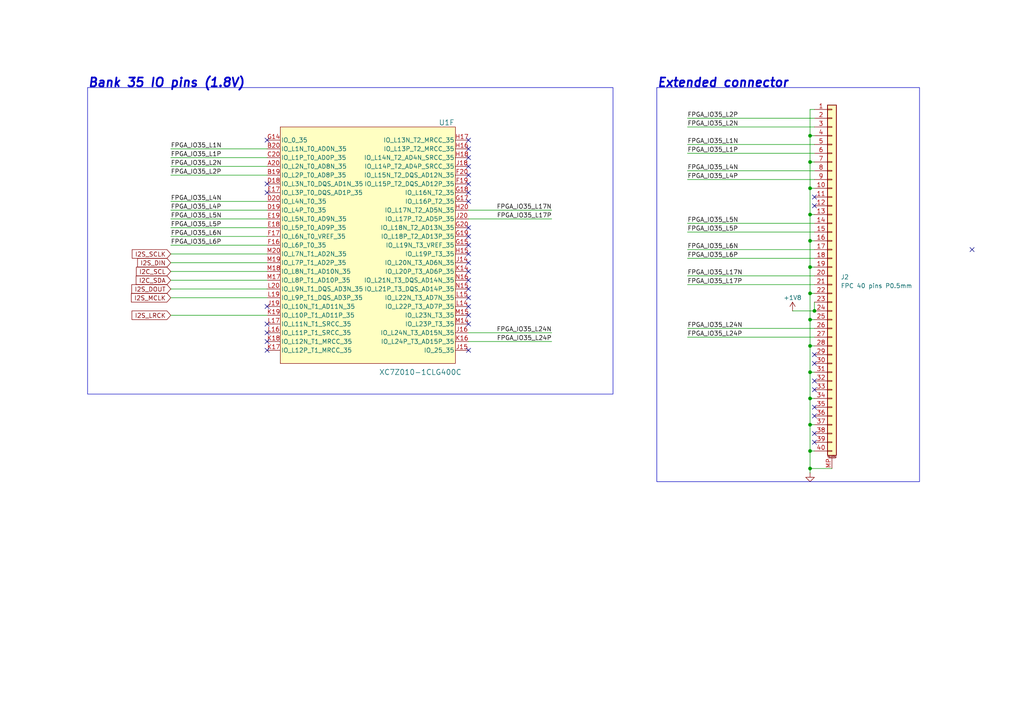
<source format=kicad_sch>
(kicad_sch (version 20250114) (generator "eeschema") (generator_version "9.0")
  (paper "A4")
  (title_block (title "FPGA Zynq7000 Dev Board") (date "2025-07-10") (rev "A"))
  (lib_symbols
    (symbol "Connector_Generic_MountingPin:Conn_01x40_MountingPin" (pin_names (offset 1.016) (hide yes))
      (property "Reference" "J" (at 0 50.8 0))
      (property "Value" "Conn_01x40_MountingPin" (at 1.27 -53.34 0))
      (symbol "Conn_01x40_MountingPin_1_1"
        (rectangle (start -1.27 49.53) (end 1.27 -52.07) (stroke (width 0.254)) (fill (type background)))
        (rectangle (start -1.27 48.387) (end 0 48.133) (stroke (width 0.1524)))
        (rectangle (start -1.27 45.847) (end 0 45.593) (stroke (width 0.1524)))
        (rectangle (start -1.27 43.307) (end 0 43.053) (stroke (width 0.1524)))
        (rectangle (start -1.27 40.767) (end 0 40.513) (stroke (width 0.1524)))
        (rectangle (start -1.27 38.227) (end 0 37.973) (stroke (width 0.1524)))
        (rectangle (start -1.27 35.687) (end 0 35.433) (stroke (width 0.1524)))
        (rectangle (start -1.27 33.147) (end 0 32.893) (stroke (width 0.1524)))
        (rectangle (start -1.27 30.607) (end 0 30.353) (stroke (width 0.1524)))
        (rectangle (start -1.27 28.067) (end 0 27.813) (stroke (width 0.1524)))
        (rectangle (start -1.27 25.527) (end 0 25.273) (stroke (width 0.1524)))
        (rectangle (start -1.27 22.987) (end 0 22.733) (stroke (width 0.1524)))
        (rectangle (start -1.27 20.447) (end 0 20.193) (stroke (width 0.1524)))
        (rectangle (start -1.27 17.907) (end 0 17.653) (stroke (width 0.1524)))
        (rectangle (start -1.27 15.367) (end 0 15.113) (stroke (width 0.1524)))
        (rectangle (start -1.27 12.827) (end 0 12.573) (stroke (width 0.1524)))
        (rectangle (start -1.27 10.287) (end 0 10.033) (stroke (width 0.1524)))
        (rectangle (start -1.27 7.747) (end 0 7.493) (stroke (width 0.1524)))
        (rectangle (start -1.27 5.207) (end 0 4.953) (stroke (width 0.1524)))
        (rectangle (start -1.27 2.667) (end 0 2.413) (stroke (width 0.1524)))
        (rectangle (start -1.27 0.127) (end 0 -0.127) (stroke (width 0.1524)))
        (rectangle (start -1.27 -2.413) (end 0 -2.667) (stroke (width 0.1524)))
        (rectangle (start -1.27 -4.953) (end 0 -5.207) (stroke (width 0.1524)))
        (rectangle (start -1.27 -7.493) (end 0 -7.747) (stroke (width 0.1524)))
        (rectangle (start -1.27 -10.033) (end 0 -10.287) (stroke (width 0.1524)))
        (rectangle (start -1.27 -12.573) (end 0 -12.827) (stroke (width 0.1524)))
        (rectangle (start -1.27 -15.113) (end 0 -15.367) (stroke (width 0.1524)))
        (rectangle (start -1.27 -17.653) (end 0 -17.907) (stroke (width 0.1524)))
        (rectangle (start -1.27 -20.193) (end 0 -20.447) (stroke (width 0.1524)))
        (rectangle (start -1.27 -22.733) (end 0 -22.987) (stroke (width 0.1524)))
        (rectangle (start -1.27 -25.273) (end 0 -25.527) (stroke (width 0.1524)))
        (rectangle (start -1.27 -27.813) (end 0 -28.067) (stroke (width 0.1524)))
        (rectangle (start -1.27 -30.353) (end 0 -30.607) (stroke (width 0.1524)))
        (rectangle (start -1.27 -32.893) (end 0 -33.147) (stroke (width 0.1524)))
        (rectangle (start -1.27 -35.433) (end 0 -35.687) (stroke (width 0.1524)))
        (rectangle (start -1.27 -37.973) (end 0 -38.227) (stroke (width 0.1524)))
        (rectangle (start -1.27 -40.513) (end 0 -40.767) (stroke (width 0.1524)))
        (rectangle (start -1.27 -43.053) (end 0 -43.307) (stroke (width 0.1524)))
        (rectangle (start -1.27 -45.593) (end 0 -45.847) (stroke (width 0.1524)))
        (rectangle (start -1.27 -48.133) (end 0 -48.387) (stroke (width 0.1524)))
        (rectangle (start -1.27 -50.673) (end 0 -50.927) (stroke (width 0.1524)))
        (polyline (pts (xy -1.016 -52.832) (xy 1.016 -52.832)) (stroke (width 0.1524)))
        (text "Mounting" (at 0 -52.451 0) (effects (font (size 0.381 0.381))))
        (pin passive line (at -5.08 48.26 0) (length 3.81) (name "Pin_1") (number "1"))
        (pin passive line (at -5.08 45.72 0) (length 3.81) (name "Pin_2") (number "2"))
        (pin passive line (at -5.08 43.18 0) (length 3.81) (name "Pin_3") (number "3"))
        (pin passive line (at -5.08 40.64 0) (length 3.81) (name "Pin_4") (number "4"))
        (pin passive line (at -5.08 38.1 0) (length 3.81) (name "Pin_5") (number "5"))
        (pin passive line (at -5.08 35.56 0) (length 3.81) (name "Pin_6") (number "6"))
        (pin passive line (at -5.08 33.02 0) (length 3.81) (name "Pin_7") (number "7"))
        (pin passive line (at -5.08 30.48 0) (length 3.81) (name "Pin_8") (number "8"))
        (pin passive line (at -5.08 27.94 0) (length 3.81) (name "Pin_9") (number "9"))
        (pin passive line (at -5.08 25.4 0) (length 3.81) (name "Pin_10") (number "10"))
        (pin passive line (at -5.08 22.86 0) (length 3.81) (name "Pin_11") (number "11"))
        (pin passive line (at -5.08 20.32 0) (length 3.81) (name "Pin_12") (number "12"))
        (pin passive line (at -5.08 17.78 0) (length 3.81) (name "Pin_13") (number "13"))
        (pin passive line (at -5.08 15.24 0) (length 3.81) (name "Pin_14") (number "14"))
        (pin passive line (at -5.08 12.7 0) (length 3.81) (name "Pin_15") (number "15"))
        (pin passive line (at -5.08 10.16 0) (length 3.81) (name "Pin_16") (number "16"))
        (pin passive line (at -5.08 7.62 0) (length 3.81) (name "Pin_17") (number "17"))
        (pin passive line (at -5.08 5.08 0) (length 3.81) (name "Pin_18") (number "18"))
        (pin passive line (at -5.08 2.54 0) (length 3.81) (name "Pin_19") (number "19"))
        (pin passive line (at -5.08 0 0) (length 3.81) (name "Pin_20") (number "20"))
        (pin passive line (at -5.08 -2.54 0) (length 3.81) (name "Pin_21") (number "21"))
        (pin passive line (at -5.08 -5.08 0) (length 3.81) (name "Pin_22") (number "22"))
        (pin passive line (at -5.08 -7.62 0) (length 3.81) (name "Pin_23") (number "23"))
        (pin passive line (at -5.08 -10.16 0) (length 3.81) (name "Pin_24") (number "24"))
        (pin passive line (at -5.08 -12.7 0) (length 3.81) (name "Pin_25") (number "25"))
        (pin passive line (at -5.08 -15.24 0) (length 3.81) (name "Pin_26") (number "26"))
        (pin passive line (at -5.08 -17.78 0) (length 3.81) (name "Pin_27") (number "27"))
        (pin passive line (at -5.08 -20.32 0) (length 3.81) (name "Pin_28") (number "28"))
        (pin passive line (at -5.08 -22.86 0) (length 3.81) (name "Pin_29") (number "29"))
        (pin passive line (at -5.08 -25.4 0) (length 3.81) (name "Pin_30") (number "30"))
        (pin passive line (at -5.08 -27.94 0) (length 3.81) (name "Pin_31") (number "31"))
        (pin passive line (at -5.08 -30.48 0) (length 3.81) (name "Pin_32") (number "32"))
        (pin passive line (at -5.08 -33.02 0) (length 3.81) (name "Pin_33") (number "33"))
        (pin passive line (at -5.08 -35.56 0) (length 3.81) (name "Pin_34") (number "34"))
        (pin passive line (at -5.08 -38.1 0) (length 3.81) (name "Pin_35") (number "35"))
        (pin passive line (at -5.08 -40.64 0) (length 3.81) (name "Pin_36") (number "36"))
        (pin passive line (at -5.08 -43.18 0) (length 3.81) (name "Pin_37") (number "37"))
        (pin passive line (at -5.08 -45.72 0) (length 3.81) (name "Pin_38") (number "38"))
        (pin passive line (at -5.08 -48.26 0) (length 3.81) (name "Pin_39") (number "39"))
        (pin passive line (at -5.08 -50.8 0) (length 3.81) (name "Pin_40") (number "40"))
        (pin passive line (at 0 -55.88 90) (length 3.048) (name "MountPin") (number "MP"))
      )
    )
    (symbol "Custom:XC7Z010-1CLG400C" (pin_names (offset 0.254))
      (symbol "XC7Z010-1CLG400C_1_1"
        (rectangle (start 0 0) (end 38.1 -26.67) (fill (type background)))
        (pin input line (at -3.81 -3.81 0) (length 3.81) (name "CFGBVS_0") (number "M6"))
        (pin bidirectional line (at -3.81 -6.35 0) (length 3.81) (name "INIT_B_0") (number "R10"))
        (pin input line (at -3.81 -8.89 0) (length 3.81) (name "PROGRAM_B_0") (number "L6"))
        (pin bidirectional line (at -3.81 -11.43 0) (length 3.81) (name "DONE_0") (number "R11"))
        (pin input line (at -3.81 -15.24 0) (length 3.81) (name "TCK_0") (number "F9"))
        (pin output line (at -3.81 -17.78 0) (length 3.81) (name "TDO_0") (number "F6"))
        (pin input line (at -3.81 -20.32 0) (length 3.81) (name "TDI_0") (number "G6"))
        (pin input line (at -3.81 -22.86 0) (length 3.81) (name "TMS_0") (number "J6"))
        (pin input line (at 41.91 -3.81 180) (length 3.81) (name "PS_CLK_500") (number "E7"))
        (pin input line (at 41.91 -6.35 180) (length 3.81) (name "PS_POR_B_500") (number "C7"))
        (pin input line (at 41.91 -8.89 180) (length 3.81) (name "PS_SRST_B_501") (number "B10"))
      )
      (symbol "XC7Z010-1CLG400C_2_1"
        (rectangle (start 0 0) (end 50.8 -73.66) (fill (type background)))
        (pin bidirectional line (at -3.81 -3.81 0) (length 3.81) (name "IO_0_34") (number "R19"))
        (pin bidirectional line (at -3.81 -6.35 0) (length 3.81) (name "IO_L1N_T0_34") (number "T10"))
        (pin bidirectional line (at -3.81 -8.89 0) (length 3.81) (name "IO_L1P_T0_34") (number "T11"))
        (pin bidirectional line (at -3.81 -11.43 0) (length 3.81) (name "IO_L2N_T0_34") (number "U12"))
        (pin bidirectional line (at -3.81 -13.97 0) (length 3.81) (name "IO_L2P_T0_34") (number "T12"))
        (pin bidirectional line (at -3.81 -16.51 0) (length 3.81) (name "IO_L3N_T0_DQS_34") (number "V13"))
        (pin bidirectional line (at -3.81 -19.05 0) (length 3.81) (name "IO_L3P_T0_DQS_PUDC_B_34") (number "U13"))
        (pin bidirectional line (at -3.81 -21.59 0) (length 3.81) (name "IO_L4N_T0_34") (number "W13"))
        (pin bidirectional line (at -3.81 -24.13 0) (length 3.81) (name "IO_L4P_T0_34") (number "V12"))
        (pin bidirectional line (at -3.81 -26.67 0) (length 3.81) (name "IO_L5N_T0_34") (number "T15"))
        (pin bidirectional line (at -3.81 -29.21 0) (length 3.81) (name "IO_L5P_T0_34") (number "T14"))
        (pin bidirectional line (at -3.81 -31.75 0) (length 3.81) (name "IO_L6N_T0_VREF_34") (number "R14"))
        (pin bidirectional line (at -3.81 -34.29 0) (length 3.81) (name "IO_L6P_T0_34") (number "P14"))
        (pin bidirectional line (at -3.81 -36.83 0) (length 3.81) (name "IO_L7N_T1_34") (number "Y17"))
        (pin bidirectional line (at -3.81 -39.37 0) (length 3.81) (name "IO_L7P_T1_34") (number "Y16"))
        (pin bidirectional line (at -3.81 -41.91 0) (length 3.81) (name "IO_L8N_T1_34") (number "Y14"))
        (pin bidirectional line (at -3.81 -44.45 0) (length 3.81) (name "IO_L8P_T1_34") (number "W14"))
        (pin bidirectional line (at -3.81 -46.99 0) (length 3.81) (name "IO_L9N_T1_DQS_34") (number "U17"))
        (pin bidirectional line (at -3.81 -49.53 0) (length 3.81) (name "IO_L9P_T1_DQS_34") (number "T16"))
        (pin bidirectional line (at -3.81 -52.07 0) (length 3.81) (name "IO_L10N_T1_34") (number "W15"))
        (pin bidirectional line (at -3.81 -54.61 0) (length 3.81) (name "IO_L10P_T1_34") (number "V15"))
        (pin bidirectional line (at -3.81 -57.15 0) (length 3.81) (name "IO_L11N_T1_SRCC_34") (number "U15"))
        (pin bidirectional line (at -3.81 -59.69 0) (length 3.81) (name "IO_L11P_T1_SRCC_34") (number "U14"))
        (pin bidirectional line (at -3.81 -62.23 0) (length 3.81) (name "IO_L12N_T1_MRCC_34") (number "U19"))
        (pin bidirectional line (at -3.81 -64.77 0) (length 3.81) (name "IO_L12P_T1_MRCC_34") (number "U18"))
        (pin bidirectional line (at -3.81 -67.31 0) (length 3.81) (name "IO_L13N_T2_MRCC_34") (number "P19"))
        (pin bidirectional line (at -3.81 -69.85 0) (length 3.81) (name "IO_L13P_T2_MRCC_34") (number "N18"))
        (pin bidirectional line (at 54.61 -3.81 180) (length 3.81) (name "IO_L14N_T2_SRCC_34") (number "P20"))
        (pin bidirectional line (at 54.61 -6.35 180) (length 3.81) (name "IO_L14P_T2_SRCC_34") (number "N20"))
        (pin bidirectional line (at 54.61 -8.89 180) (length 3.81) (name "IO_L15N_T2_DQS_34") (number "U20"))
        (pin bidirectional line (at 54.61 -11.43 180) (length 3.81) (name "IO_L15P_T2_DQS_34") (number "T20"))
        (pin bidirectional line (at 54.61 -13.97 180) (length 3.81) (name "IO_L16N_T2_34") (number "W20"))
        (pin bidirectional line (at 54.61 -16.51 180) (length 3.81) (name "IO_L16P_T2_34") (number "V20"))
        (pin bidirectional line (at 54.61 -19.05 180) (length 3.81) (name "IO_L17N_T2_34") (number "Y19"))
        (pin bidirectional line (at 54.61 -21.59 180) (length 3.81) (name "IO_L17P_T2_34") (number "Y18"))
        (pin bidirectional line (at 54.61 -24.13 180) (length 3.81) (name "IO_L18N_T2_34") (number "W16"))
        (pin bidirectional line (at 54.61 -26.67 180) (length 3.81) (name "IO_L18P_T2_34") (number "V16"))
        (pin bidirectional line (at 54.61 -29.21 180) (length 3.81) (name "IO_L19N_T3_VREF_34") (number "R17"))
        (pin bidirectional line (at 54.61 -31.75 180) (length 3.81) (name "IO_L19P_T3_34") (number "R16"))
        (pin bidirectional line (at 54.61 -34.29 180) (length 3.81) (name "IO_L20N_T3_34") (number "R18"))
        (pin bidirectional line (at 54.61 -36.83 180) (length 3.81) (name "IO_L20P_T3_34") (number "T17"))
        (pin bidirectional line (at 54.61 -39.37 180) (length 3.81) (name "IO_L21N_T3_DQS_34") (number "V18"))
        (pin bidirectional line (at 54.61 -41.91 180) (length 3.81) (name "IO_L21P_T3_DQS_34") (number "V17"))
        (pin bidirectional line (at 54.61 -44.45 180) (length 3.81) (name "IO_L22N_T3_34") (number "W19"))
        (pin bidirectional line (at 54.61 -46.99 180) (length 3.81) (name "IO_L22P_T3_34") (number "W18"))
        (pin bidirectional line (at 54.61 -49.53 180) (length 3.81) (name "IO_L23N_T3_34") (number "P18"))
        (pin bidirectional line (at 54.61 -52.07 180) (length 3.81) (name "IO_L23P_T3_34") (number "N17"))
        (pin bidirectional line (at 54.61 -54.61 180) (length 3.81) (name "IO_L24N_T3_34") (number "P16"))
        (pin bidirectional line (at 54.61 -57.15 180) (length 3.81) (name "IO_L24P_T3_34") (number "P15"))
        (pin bidirectional line (at 54.61 -59.69 180) (length 3.81) (name "IO_25_34") (number "T19"))
      )
      (symbol "XC7Z010-1CLG400C_3_1"
        (rectangle (start 0 0) (end 50.8 -114.3) (fill (type background)))
        (pin output line (at -3.81 -3.81 0) (length 3.81) (name "PS_DDR_A0_502") (number "N2"))
        (pin output line (at -3.81 -6.35 0) (length 3.81) (name "PS_DDR_A1_502") (number "K2"))
        (pin output line (at -3.81 -8.89 0) (length 3.81) (name "PS_DDR_A2_502") (number "M3"))
        (pin output line (at -3.81 -11.43 0) (length 3.81) (name "PS_DDR_A3_502") (number "K3"))
        (pin output line (at -3.81 -13.97 0) (length 3.81) (name "PS_DDR_A4_502") (number "M4"))
        (pin output line (at -3.81 -16.51 0) (length 3.81) (name "PS_DDR_A5_502") (number "L1"))
        (pin output line (at -3.81 -19.05 0) (length 3.81) (name "PS_DDR_A6_502") (number "L4"))
        (pin output line (at -3.81 -21.59 0) (length 3.81) (name "PS_DDR_A7_502") (number "K4"))
        (pin output line (at -3.81 -24.13 0) (length 3.81) (name "PS_DDR_A8_502") (number "K1"))
        (pin output line (at -3.81 -26.67 0) (length 3.81) (name "PS_DDR_A9_502") (number "J4"))
        (pin output line (at -3.81 -29.21 0) (length 3.81) (name "PS_DDR_A10_502") (number "F5"))
        (pin output line (at -3.81 -31.75 0) (length 3.81) (name "PS_DDR_A11_502") (number "G4"))
        (pin output line (at -3.81 -34.29 0) (length 3.81) (name "PS_DDR_A12_502") (number "E4"))
        (pin output line (at -3.81 -36.83 0) (length 3.81) (name "PS_DDR_A13_502") (number "D4"))
        (pin output line (at -3.81 -39.37 0) (length 3.81) (name "PS_DDR_A14_502") (number "F4"))
        (pin output line (at -3.81 -41.91 0) (length 3.81) (name "PS_DDR_BA0_502") (number "L5"))
        (pin output line (at -3.81 -44.45 0) (length 3.81) (name "PS_DDR_BA1_502") (number "R4"))
        (pin output line (at -3.81 -46.99 0) (length 3.81) (name "PS_DDR_BA2_502") (number "J5"))
        (pin output line (at -3.81 -49.53 0) (length 3.81) (name "PS_DDR_CAS_B_502") (number "P5"))
        (pin output line (at -3.81 -52.07 0) (length 3.81) (name "PS_DDR_CKE_502") (number "N3"))
        (pin output line (at -3.81 -54.61 0) (length 3.81) (name "PS_DDR_CKN_502") (number "M2"))
        (pin output line (at -3.81 -57.15 0) (length 3.81) (name "PS_DDR_CKP_502") (number "L2"))
        (pin output line (at -3.81 -59.69 0) (length 3.81) (name "PS_DDR_CS_B_502") (number "N1"))
        (pin output line (at -3.81 -62.23 0) (length 3.81) (name "PS_DDR_DM0_502") (number "A1"))
        (pin output line (at -3.81 -64.77 0) (length 3.81) (name "PS_DDR_DM1_502") (number "F1"))
        (pin output line (at -3.81 -67.31 0) (length 3.81) (name "PS_DDR_DM2_502") (number "T1"))
        (pin output line (at -3.81 -69.85 0) (length 3.81) (name "PS_DDR_DM3_502") (number "Y1"))
        (pin output line (at -3.81 -72.39 0) (length 3.81) (name "PS_DDR_DRST_B_502") (number "B4"))
        (pin output line (at -3.81 -74.93 0) (length 3.81) (name "PS_DDR_ODT_502") (number "N5"))
        (pin output line (at -3.81 -77.47 0) (length 3.81) (name "PS_DDR_RAS_B_502") (number "P4"))
        (pin output line (at -3.81 -80.01 0) (length 3.81) (name "PS_DDR_VRN_502") (number "G5"))
        (pin output line (at -3.81 -82.55 0) (length 3.81) (name "PS_DDR_VRP_502") (number "H5"))
        (pin output line (at -3.81 -85.09 0) (length 3.81) (name "PS_DDR_WE_B_502") (number "M5"))
        (pin bidirectional line (at -3.81 -87.63 0) (length 3.81) (name "PS_DDR_DQS_N0_502") (number "B2"))
        (pin bidirectional line (at -3.81 -90.17 0) (length 3.81) (name "PS_DDR_DQS_P0_502") (number "C2"))
        (pin bidirectional line (at -3.81 -92.71 0) (length 3.81) (name "PS_DDR_DQS_N1_502") (number "F2"))
        (pin bidirectional line (at -3.81 -95.25 0) (length 3.81) (name "PS_DDR_DQS_P1_502") (number "G2"))
        (pin bidirectional line (at -3.81 -97.79 0) (length 3.81) (name "PS_DDR_DQS_N2_502") (number "T2"))
        (pin bidirectional line (at -3.81 -100.33 0) (length 3.81) (name "PS_DDR_DQS_P2_502") (number "R2"))
        (pin bidirectional line (at -3.81 -102.87 0) (length 3.81) (name "PS_DDR_DQS_N3_502") (number "W4"))
        (pin bidirectional line (at -3.81 -105.41 0) (length 3.81) (name "PS_DDR_DQS_P3_502") (number "W5"))
        (pin power_in line (at -3.81 -107.95 0) (length 3.81) (name "PS_DDR_VREF0_502") (number "H6"))
        (pin power_in line (at -3.81 -110.49 0) (length 3.81) (name "PS_DDR_VREF1_502") (number "P6"))
        (pin bidirectional line (at 54.61 -3.81 180) (length 3.81) (name "PS_DDR_DQ0_502") (number "C3"))
        (pin bidirectional line (at 54.61 -6.35 180) (length 3.81) (name "PS_DDR_DQ1_502") (number "B3"))
        (pin bidirectional line (at 54.61 -8.89 180) (length 3.81) (name "PS_DDR_DQ2_502") (number "A2"))
        (pin bidirectional line (at 54.61 -11.43 180) (length 3.81) (name "PS_DDR_DQ3_502") (number "A4"))
        (pin bidirectional line (at 54.61 -13.97 180) (length 3.81) (name "PS_DDR_DQ4_502") (number "D3"))
        (pin bidirectional line (at 54.61 -16.51 180) (length 3.81) (name "PS_DDR_DQ5_502") (number "D1"))
        (pin bidirectional line (at 54.61 -19.05 180) (length 3.81) (name "PS_DDR_DQ6_502") (number "C1"))
        (pin bidirectional line (at 54.61 -21.59 180) (length 3.81) (name "PS_DDR_DQ7_502") (number "E1"))
        (pin bidirectional line (at 54.61 -24.13 180) (length 3.81) (name "PS_DDR_DQ8_502") (number "E2"))
        (pin bidirectional line (at 54.61 -26.67 180) (length 3.81) (name "PS_DDR_DQ9_502") (number "E3"))
        (pin bidirectional line (at 54.61 -29.21 180) (length 3.81) (name "PS_DDR_DQ10_502") (number "G3"))
        (pin bidirectional line (at 54.61 -31.75 180) (length 3.81) (name "PS_DDR_DQ11_502") (number "H3"))
        (pin bidirectional line (at 54.61 -34.29 180) (length 3.81) (name "PS_DDR_DQ12_502") (number "J3"))
        (pin bidirectional line (at 54.61 -36.83 180) (length 3.81) (name "PS_DDR_DQ13_502") (number "H2"))
        (pin bidirectional line (at 54.61 -39.37 180) (length 3.81) (name "PS_DDR_DQ14_502") (number "H1"))
        (pin bidirectional line (at 54.61 -41.91 180) (length 3.81) (name "PS_DDR_DQ15_502") (number "J1"))
        (pin bidirectional line (at 54.61 -44.45 180) (length 3.81) (name "PS_DDR_DQ16_502") (number "P1"))
        (pin bidirectional line (at 54.61 -46.99 180) (length 3.81) (name "PS_DDR_DQ17_502") (number "P3"))
        (pin bidirectional line (at 54.61 -49.53 180) (length 3.81) (name "PS_DDR_DQ18_502") (number "R3"))
        (pin bidirectional line (at 54.61 -52.07 180) (length 3.81) (name "PS_DDR_DQ19_502") (number "R1"))
        (pin bidirectional line (at 54.61 -54.61 180) (length 3.81) (name "PS_DDR_DQ20_502") (number "T4"))
        (pin bidirectional line (at 54.61 -57.15 180) (length 3.81) (name "PS_DDR_DQ21_502") (number "U4"))
        (pin bidirectional line (at 54.61 -59.69 180) (length 3.81) (name "PS_DDR_DQ22_502") (number "U2"))
        (pin bidirectional line (at 54.61 -62.23 180) (length 3.81) (name "PS_DDR_DQ23_502") (number "U3"))
        (pin bidirectional line (at 54.61 -64.77 180) (length 3.81) (name "PS_DDR_DQ24_502") (number "V1"))
        (pin bidirectional line (at 54.61 -67.31 180) (length 3.81) (name "PS_DDR_DQ25_502") (number "Y3"))
        (pin bidirectional line (at 54.61 -69.85 180) (length 3.81) (name "PS_DDR_DQ26_502") (number "W1"))
        (pin bidirectional line (at 54.61 -72.39 180) (length 3.81) (name "PS_DDR_DQ27_502") (number "Y4"))
        (pin bidirectional line (at 54.61 -74.93 180) (length 3.81) (name "PS_DDR_DQ28_502") (number "Y2"))
        (pin bidirectional line (at 54.61 -77.47 180) (length 3.81) (name "PS_DDR_DQ29_502") (number "W3"))
        (pin bidirectional line (at 54.61 -80.01 180) (length 3.81) (name "PS_DDR_DQ30_502") (number "V2"))
        (pin bidirectional line (at 54.61 -82.55 180) (length 3.81) (name "PS_DDR_DQ31_502") (number "V3"))
      )
      (symbol "XC7Z010-1CLG400C_4_1"
        (rectangle (start 0 0) (end 31.75 -93.98) (fill (type background)))
        (pin power_in line (at -3.81 -2.54 0) (length 3.81) (name "VCCPINT") (number "G7"))
        (pin power_in line (at -3.81 -5.08 0) (length 3.81) (name "VCCPINT") (number "N7"))
        (pin power_in line (at -3.81 -7.62 0) (length 3.81) (name "VCCPINT") (number "L7"))
        (pin power_in line (at -3.81 -10.16 0) (length 3.81) (name "VCCPINT") (number "R7"))
        (pin power_in line (at -3.81 -12.7 0) (length 3.81) (name "VCCPINT") (number "J7"))
        (pin power_in line (at -3.81 -15.24 0) (length 3.81) (name "VCCPINT") (number "P8"))
        (pin power_in line (at -3.81 -17.78 0) (length 3.81) (name "VCCINT") (number "J13"))
        (pin power_in line (at -3.81 -20.32 0) (length 3.81) (name "VCCINT") (number "G13"))
        (pin power_in line (at -3.81 -22.86 0) (length 3.81) (name "VCCINT") (number "H12"))
        (pin power_in line (at -3.81 -25.4 0) (length 3.81) (name "VCCINT") (number "R13"))
        (pin power_in line (at -3.81 -27.94 0) (length 3.81) (name "VCCINT") (number "K12"))
        (pin power_in line (at -3.81 -30.48 0) (length 3.81) (name "VCCINT") (number "L13"))
        (pin power_in line (at -3.81 -33.02 0) (length 3.81) (name "VCCINT") (number "M12"))
        (pin power_in line (at -3.81 -35.56 0) (length 3.81) (name "VCCINT") (number "N13"))
        (pin power_in line (at -3.81 -38.1 0) (length 3.81) (name "VCCINT") (number "P12"))
        (pin power_in line (at -3.81 -40.64 0) (length 3.81) (name "VCCBRAM") (number "G11"))
        (pin power_in line (at -3.81 -43.18 0) (length 3.81) (name "VCCBRAM") (number "H10"))
        (pin power_in line (at -3.81 -53.34 0) (length 3.81) (name "VCCO_MIO0_500") (number "D7"))
        (pin power_in line (at -3.81 -55.88 0) (length 3.81) (name "VCCO_MIO0_500") (number "B6"))
        (pin power_in line (at -3.81 -58.42 0) (length 3.81) (name "VCCO_34") (number "N19"))
        (pin power_in line (at -3.81 -60.96 0) (length 3.81) (name "VCCO_34") (number "R15"))
        (pin power_in line (at -3.81 -63.5 0) (length 3.81) (name "VCCO_34") (number "T18"))
        (pin power_in line (at -3.81 -66.04 0) (length 3.81) (name "VCCO_34") (number "V14"))
        (pin power_in line (at -3.81 -68.58 0) (length 3.81) (name "VCCO_34") (number "W17"))
        (pin power_in line (at -3.81 -71.12 0) (length 3.81) (name "VCCO_34") (number "Y20"))
        (pin power_in line (at -3.81 -73.66 0) (length 3.81) (name "VCCO_13") (number "U11"))
        (pin power_in line (at -3.81 -76.2 0) (length 3.81) (name "VCCO_13") (number "T8"))
        (pin power_in line (at -3.81 -78.74 0) (length 3.81) (name "VCCO_13") (number "Y10"))
        (pin power_in line (at -3.81 -81.28 0) (length 3.81) (name "VCCO_13") (number "W7"))
        (pin power_in line (at -3.81 -83.82 0) (length 3.81) (name "VCCO_0") (number "K6"))
        (pin power_in line (at -3.81 -86.36 0) (length 3.81) (name "RSVDVCC1") (number "T6"))
        (pin power_in line (at -3.81 -88.9 0) (length 3.81) (name "RSVDVCC2") (number "R6"))
        (pin power_in line (at -3.81 -91.44 0) (length 3.81) (name "RSVDVCC3") (number "N6"))
        (pin power_in line (at 35.56 -2.54 180) (length 3.81) (name "VCCAUX") (number "L11"))
        (pin power_in line (at 35.56 -5.08 180) (length 3.81) (name "VCCAUX") (number "N9"))
        (pin power_in line (at 35.56 -7.62 180) (length 3.81) (name "VCCAUX") (number "R9"))
        (pin power_in line (at 35.56 -10.16 180) (length 3.81) (name "VCCAUX") (number "J11"))
        (pin power_in line (at 35.56 -12.7 180) (length 3.81) (name "VCCAUX") (number "P10"))
        (pin power_in line (at 35.56 -15.24 180) (length 3.81) (name "VCCAUX") (number "N11"))
        (pin power_in line (at 35.56 -17.78 180) (length 3.81) (name "VCCPAUX") (number "K8"))
        (pin power_in line (at 35.56 -20.32 180) (length 3.81) (name "VCCPAUX") (number "H8"))
        (pin power_in line (at 35.56 -22.86 180) (length 3.81) (name "VCCPAUX") (number "G9"))
        (pin power_in line (at 35.56 -25.4 180) (length 3.81) (name "VCCPAUX") (number "M8"))
        (pin power_in line (at 35.56 -27.94 180) (length 3.81) (name "VCCPAUX") (number "F8"))
        (pin power_in line (at 35.56 -30.48 180) (length 3.81) (name "VCCO_MIO1_501") (number "A13"))
        (pin power_in line (at 35.56 -33.02 180) (length 3.81) (name "VCCO_MIO1_501") (number "E15"))
        (pin power_in line (at 35.56 -35.56 180) (length 3.81) (name "VCCO_MIO1_501") (number "D12"))
        (pin power_in line (at 35.56 -38.1 180) (length 3.81) (name "VCCO_MIO1_501") (number "B16"))
        (pin power_in line (at 35.56 -40.64 180) (length 3.81) (name "VCCO_35") (number "K20"))
        (pin power_in line (at 35.56 -43.18 180) (length 3.81) (name "VCCO_35") (number "M16"))
        (pin power_in line (at 35.56 -45.72 180) (length 3.81) (name "VCCO_35") (number "C19"))
        (pin power_in line (at 35.56 -48.26 180) (length 3.81) (name "VCCO_35") (number "F18"))
        (pin power_in line (at 35.56 -50.8 180) (length 3.81) (name "VCCO_35") (number "H14"))
        (pin power_in line (at 35.56 -53.34 180) (length 3.81) (name "VCCO_35") (number "J17"))
        (pin power_in line (at 35.56 -58.42 180) (length 3.81) (name "VCCPLL") (number "G8"))
        (pin power_in line (at 35.56 -68.58 180) (length 3.81) (name "VCCO_DDR_502") (number "U1"))
        (pin power_in line (at 35.56 -71.12 180) (length 3.81) (name "VCCO_DDR_502") (number "R5"))
        (pin power_in line (at 35.56 -73.66 180) (length 3.81) (name "VCCO_DDR_502") (number "P2"))
        (pin power_in line (at 35.56 -76.2 180) (length 3.81) (name "VCCO_DDR_502") (number "L3"))
        (pin power_in line (at 35.56 -78.74 180) (length 3.81) (name "VCCO_DDR_502") (number "A3"))
        (pin power_in line (at 35.56 -81.28 180) (length 3.81) (name "VCCO_DDR_502") (number "V4"))
        (pin power_in line (at 35.56 -83.82 180) (length 3.81) (name "VCCO_DDR_502") (number "D2"))
        (pin power_in line (at 35.56 -86.36 180) (length 3.81) (name "VCCO_DDR_502") (number "E5"))
        (pin power_in line (at 35.56 -88.9 180) (length 3.81) (name "VCCO_DDR_502") (number "G1"))
        (pin power_in line (at 35.56 -91.44 180) (length 3.81) (name "VCCO_DDR_502") (number "H4"))
      )
      (symbol "XC7Z010-1CLG400C_5_1"
        (rectangle (start 0 0) (end 25.4 -25.4) (fill (type background)))
        (pin power_in line (at -3.81 -3.81 0) (length 3.81) (name "VCCADC_0") (number "J9"))
        (pin power_in line (at -3.81 -6.35 0) (length 3.81) (name "VREFP_0") (number "L9"))
        (pin power_in line (at -3.81 -8.89 0) (length 3.81) (name "VREFN_0") (number "K10"))
        (pin input line (at -3.81 -11.43 0) (length 3.81) (name "VP_0") (number "K9"))
        (pin input line (at -3.81 -13.97 0) (length 3.81) (name "VN_0") (number "L10"))
        (pin power_in line (at -3.81 -21.59 0) (length 3.81) (name "GNDADC_0") (number "J10"))
        (pin passive line (at 29.21 -3.81 180) (length 3.81) (name "DXP_0") (number "M9"))
        (pin passive line (at 29.21 -6.35 180) (length 3.81) (name "DXN_0") (number "M10"))
      )
      (symbol "XC7Z010-1CLG400C_6_1"
        (rectangle (start 0 0) (end 50.8 -68.58) (fill (type background)))
        (pin bidirectional line (at -3.81 -3.81 0) (length 3.81) (name "IO_0_35") (number "G14"))
        (pin bidirectional line (at -3.81 -6.35 0) (length 3.81) (name "IO_L1N_T0_AD0N_35") (number "B20"))
        (pin bidirectional line (at -3.81 -8.89 0) (length 3.81) (name "IO_L1P_T0_AD0P_35") (number "C20"))
        (pin bidirectional line (at -3.81 -11.43 0) (length 3.81) (name "IO_L2N_T0_AD8N_35") (number "A20"))
        (pin bidirectional line (at -3.81 -13.97 0) (length 3.81) (name "IO_L2P_T0_AD8P_35") (number "B19"))
        (pin bidirectional line (at -3.81 -16.51 0) (length 3.81) (name "IO_L3N_T0_DQS_AD1N_35") (number "D18"))
        (pin bidirectional line (at -3.81 -19.05 0) (length 3.81) (name "IO_L3P_T0_DQS_AD1P_35") (number "E17"))
        (pin bidirectional line (at -3.81 -21.59 0) (length 3.81) (name "IO_L4N_T0_35") (number "D20"))
        (pin bidirectional line (at -3.81 -24.13 0) (length 3.81) (name "IO_L4P_T0_35") (number "D19"))
        (pin bidirectional line (at -3.81 -26.67 0) (length 3.81) (name "IO_L5N_T0_AD9N_35") (number "E19"))
        (pin bidirectional line (at -3.81 -29.21 0) (length 3.81) (name "IO_L5P_T0_AD9P_35") (number "E18"))
        (pin bidirectional line (at -3.81 -31.75 0) (length 3.81) (name "IO_L6N_T0_VREF_35") (number "F17"))
        (pin bidirectional line (at -3.81 -34.29 0) (length 3.81) (name "IO_L6P_T0_35") (number "F16"))
        (pin bidirectional line (at -3.81 -36.83 0) (length 3.81) (name "IO_L7N_T1_AD2N_35") (number "M20"))
        (pin bidirectional line (at -3.81 -39.37 0) (length 3.81) (name "IO_L7P_T1_AD2P_35") (number "M19"))
        (pin bidirectional line (at -3.81 -41.91 0) (length 3.81) (name "IO_L8N_T1_AD10N_35") (number "M18"))
        (pin bidirectional line (at -3.81 -44.45 0) (length 3.81) (name "IO_L8P_T1_AD10P_35") (number "M17"))
        (pin bidirectional line (at -3.81 -46.99 0) (length 3.81) (name "IO_L9N_T1_DQS_AD3N_35") (number "L20"))
        (pin bidirectional line (at -3.81 -49.53 0) (length 3.81) (name "IO_L9P_T1_DQS_AD3P_35") (number "L19"))
        (pin bidirectional line (at -3.81 -52.07 0) (length 3.81) (name "IO_L10N_T1_AD11N_35") (number "J19"))
        (pin bidirectional line (at -3.81 -54.61 0) (length 3.81) (name "IO_L10P_T1_AD11P_35") (number "K19"))
        (pin bidirectional line (at -3.81 -57.15 0) (length 3.81) (name "IO_L11N_T1_SRCC_35") (number "L17"))
        (pin bidirectional line (at -3.81 -59.69 0) (length 3.81) (name "IO_L11P_T1_SRCC_35") (number "L16"))
        (pin bidirectional line (at -3.81 -62.23 0) (length 3.81) (name "IO_L12N_T1_MRCC_35") (number "K18"))
        (pin bidirectional line (at -3.81 -64.77 0) (length 3.81) (name "IO_L12P_T1_MRCC_35") (number "K17"))
        (pin bidirectional line (at 54.61 -3.81 180) (length 3.81) (name "IO_L13N_T2_MRCC_35") (number "H17"))
        (pin bidirectional line (at 54.61 -6.35 180) (length 3.81) (name "IO_L13P_T2_MRCC_35") (number "H16"))
        (pin bidirectional line (at 54.61 -8.89 180) (length 3.81) (name "IO_L14N_T2_AD4N_SRCC_35") (number "H18"))
        (pin bidirectional line (at 54.61 -11.43 180) (length 3.81) (name "IO_L14P_T2_AD4P_SRCC_35") (number "J18"))
        (pin bidirectional line (at 54.61 -13.97 180) (length 3.81) (name "IO_L15N_T2_DQS_AD12N_35") (number "F20"))
        (pin bidirectional line (at 54.61 -16.51 180) (length 3.81) (name "IO_L15P_T2_DQS_AD12P_35") (number "F19"))
        (pin bidirectional line (at 54.61 -19.05 180) (length 3.81) (name "IO_L16N_T2_35") (number "G18"))
        (pin bidirectional line (at 54.61 -21.59 180) (length 3.81) (name "IO_L16P_T2_35") (number "G17"))
        (pin bidirectional line (at 54.61 -24.13 180) (length 3.81) (name "IO_L17N_T2_AD5N_35") (number "H20"))
        (pin bidirectional line (at 54.61 -26.67 180) (length 3.81) (name "IO_L17P_T2_AD5P_35") (number "J20"))
        (pin bidirectional line (at 54.61 -29.21 180) (length 3.81) (name "IO_L18N_T2_AD13N_35") (number "G20"))
        (pin bidirectional line (at 54.61 -31.75 180) (length 3.81) (name "IO_L18P_T2_AD13P_35") (number "G19"))
        (pin bidirectional line (at 54.61 -34.29 180) (length 3.81) (name "IO_L19N_T3_VREF_35") (number "G15"))
        (pin bidirectional line (at 54.61 -36.83 180) (length 3.81) (name "IO_L19P_T3_35") (number "H15"))
        (pin bidirectional line (at 54.61 -39.37 180) (length 3.81) (name "IO_L20N_T3_AD6N_35") (number "J14"))
        (pin bidirectional line (at 54.61 -41.91 180) (length 3.81) (name "IO_L20P_T3_AD6P_35") (number "K14"))
        (pin bidirectional line (at 54.61 -44.45 180) (length 3.81) (name "IO_L21N_T3_DQS_AD14N_35") (number "N16"))
        (pin bidirectional line (at 54.61 -46.99 180) (length 3.81) (name "IO_L21P_T3_DQS_AD14P_35") (number "N15"))
        (pin bidirectional line (at 54.61 -49.53 180) (length 3.81) (name "IO_L22N_T3_AD7N_35") (number "L15"))
        (pin bidirectional line (at 54.61 -52.07 180) (length 3.81) (name "IO_L22P_T3_AD7P_35") (number "L14"))
        (pin bidirectional line (at 54.61 -54.61 180) (length 3.81) (name "IO_L23N_T3_35") (number "M15"))
        (pin bidirectional line (at 54.61 -57.15 180) (length 3.81) (name "IO_L23P_T3_35") (number "M14"))
        (pin bidirectional line (at 54.61 -59.69 180) (length 3.81) (name "IO_L24N_T3_AD15N_35") (number "J16"))
        (pin bidirectional line (at 54.61 -62.23 180) (length 3.81) (name "IO_L24P_T3_AD15P_35") (number "K16"))
        (pin bidirectional line (at 54.61 -64.77 180) (length 3.81) (name "IO_25_35") (number "J15"))
      )
      (symbol "XC7Z010-1CLG400C_7_1"
        (rectangle (start 0 0) (end 49.53 -102.87) (fill (type background)))
        (pin bidirectional line (at -3.81 -5.08 0) (length 3.81) (name "PS_MIO0_500") (number "E6"))
        (pin bidirectional line (at -3.81 -7.62 0) (length 3.81) (name "PS_MIO1_500") (number "A7"))
        (pin bidirectional line (at -3.81 -10.16 0) (length 3.81) (name "PS_MIO2_500") (number "B8"))
        (pin bidirectional line (at -3.81 -12.7 0) (length 3.81) (name "PS_MIO3_500") (number "D6"))
        (pin bidirectional line (at -3.81 -15.24 0) (length 3.81) (name "PS_MIO4_500") (number "B7"))
        (pin bidirectional line (at -3.81 -17.78 0) (length 3.81) (name "PS_MIO5_500") (number "A6"))
        (pin bidirectional line (at -3.81 -20.32 0) (length 3.81) (name "PS_MIO6_500") (number "A5"))
        (pin bidirectional line (at -3.81 -22.86 0) (length 3.81) (name "PS_MIO7_500") (number "D8"))
        (pin bidirectional line (at -3.81 -25.4 0) (length 3.81) (name "PS_MIO8_500") (number "D5"))
        (pin bidirectional line (at -3.81 -27.94 0) (length 3.81) (name "PS_MIO9_500") (number "B5"))
        (pin bidirectional line (at -3.81 -30.48 0) (length 3.81) (name "PS_MIO10_500") (number "E9"))
        (pin bidirectional line (at -3.81 -33.02 0) (length 3.81) (name "PS_MIO11_500") (number "C6"))
        (pin bidirectional line (at -3.81 -35.56 0) (length 3.81) (name "PS_MIO12_500") (number "D9"))
        (pin bidirectional line (at -3.81 -38.1 0) (length 3.81) (name "PS_MIO13_500") (number "E8"))
        (pin bidirectional line (at -3.81 -40.64 0) (length 3.81) (name "PS_MIO14_500") (number "C5"))
        (pin bidirectional line (at -3.81 -43.18 0) (length 3.81) (name "PS_MIO15_500") (number "C8"))
        (pin power_in line (at -3.81 -45.72 0) (length 3.81) (name "PS_MIO_VREF_501") (number "E11"))
        (pin bidirectional line (at 53.34 -5.08 180) (length 3.81) (name "PS_MIO16_501") (number "A19"))
        (pin bidirectional line (at 53.34 -7.62 180) (length 3.81) (name "PS_MIO17_501") (number "E14"))
        (pin bidirectional line (at 53.34 -10.16 180) (length 3.81) (name "PS_MIO18_501") (number "B18"))
        (pin bidirectional line (at 53.34 -12.7 180) (length 3.81) (name "PS_MIO19_501") (number "D10"))
        (pin bidirectional line (at 53.34 -15.24 180) (length 3.81) (name "PS_MIO20_501") (number "A17"))
        (pin bidirectional line (at 53.34 -17.78 180) (length 3.81) (name "PS_MIO21_501") (number "F14"))
        (pin bidirectional line (at 53.34 -20.32 180) (length 3.81) (name "PS_MIO22_501") (number "B17"))
        (pin bidirectional line (at 53.34 -22.86 180) (length 3.81) (name "PS_MIO23_501") (number "D11"))
        (pin bidirectional line (at 53.34 -25.4 180) (length 3.81) (name "PS_MIO24_501") (number "A16"))
        (pin bidirectional line (at 53.34 -27.94 180) (length 3.81) (name "PS_MIO25_501") (number "F15"))
        (pin bidirectional line (at 53.34 -30.48 180) (length 3.81) (name "PS_MIO26_501") (number "A15"))
        (pin bidirectional line (at 53.34 -33.02 180) (length 3.81) (name "PS_MIO27_501") (number "D13"))
        (pin bidirectional line (at 53.34 -35.56 180) (length 3.81) (name "PS_MIO28_501") (number "C16"))
        (pin bidirectional line (at 53.34 -38.1 180) (length 3.81) (name "PS_MIO29_501") (number "C13"))
        (pin bidirectional line (at 53.34 -40.64 180) (length 3.81) (name "PS_MIO30_501") (number "C15"))
        (pin bidirectional line (at 53.34 -43.18 180) (length 3.81) (name "PS_MIO31_501") (number "E16"))
        (pin bidirectional line (at 53.34 -45.72 180) (length 3.81) (name "PS_MIO32_501") (number "A14"))
        (pin bidirectional line (at 53.34 -48.26 180) (length 3.81) (name "PS_MIO33_501") (number "D15"))
        (pin bidirectional line (at 53.34 -50.8 180) (length 3.81) (name "PS_MIO34_501") (number "A12"))
        (pin bidirectional line (at 53.34 -53.34 180) (length 3.81) (name "PS_MIO35_501") (number "F12"))
        (pin bidirectional line (at 53.34 -55.88 180) (length 3.81) (name "PS_MIO36_501") (number "A11"))
        (pin bidirectional line (at 53.34 -58.42 180) (length 3.81) (name "PS_MIO37_501") (number "A10"))
        (pin bidirectional line (at 53.34 -60.96 180) (length 3.81) (name "PS_MIO38_501") (number "E13"))
        (pin bidirectional line (at 53.34 -63.5 180) (length 3.81) (name "PS_MIO39_501") (number "C18"))
        (pin bidirectional line (at 53.34 -66.04 180) (length 3.81) (name "PS_MIO40_501") (number "D14"))
        (pin bidirectional line (at 53.34 -68.58 180) (length 3.81) (name "PS_MIO41_501") (number "C17"))
        (pin bidirectional line (at 53.34 -71.12 180) (length 3.81) (name "PS_MIO42_501") (number "E12"))
        (pin bidirectional line (at 53.34 -73.66 180) (length 3.81) (name "PS_MIO43_501") (number "A9"))
        (pin bidirectional line (at 53.34 -76.2 180) (length 3.81) (name "PS_MIO44_501") (number "F13"))
        (pin bidirectional line (at 53.34 -78.74 180) (length 3.81) (name "PS_MIO45_501") (number "B15"))
        (pin bidirectional line (at 53.34 -81.28 180) (length 3.81) (name "PS_MIO46_501") (number "D16"))
        (pin bidirectional line (at 53.34 -83.82 180) (length 3.81) (name "PS_MIO47_501") (number "B14"))
        (pin bidirectional line (at 53.34 -86.36 180) (length 3.81) (name "PS_MIO48_501") (number "B12"))
        (pin bidirectional line (at 53.34 -88.9 180) (length 3.81) (name "PS_MIO49_501") (number "C12"))
        (pin bidirectional line (at 53.34 -91.44 180) (length 3.81) (name "PS_MIO50_501") (number "B13"))
        (pin bidirectional line (at 53.34 -93.98 180) (length 3.81) (name "PS_MIO51_501") (number "B9"))
        (pin bidirectional line (at 53.34 -96.52 180) (length 3.81) (name "PS_MIO52_501") (number "C10"))
        (pin bidirectional line (at 53.34 -99.06 180) (length 3.81) (name "PS_MIO53_501") (number "C11"))
      )
      (symbol "XC7Z010-1CLG400C_8_1"
        (rectangle (start 0 0) (end 21.59 -78.74) (fill (type background)))
        (pin power_in line (at -3.81 -2.54 0) (length 3.81) (name "VCCBATT_0") (number "F11"))
        (pin power_in line (at -3.81 -5.08 0) (length 3.81) (name "GND") (number "R12"))
        (pin power_in line (at -3.81 -7.62 0) (length 3.81) (name "GND") (number "R20"))
        (pin power_in line (at -3.81 -10.16 0) (length 3.81) (name "GND") (number "R8"))
        (pin power_in line (at -3.81 -12.7 0) (length 3.81) (name "GND") (number "T13"))
        (pin power_in line (at -3.81 -15.24 0) (length 3.81) (name "GND") (number "T3"))
        (pin power_in line (at -3.81 -17.78 0) (length 3.81) (name "GND") (number "T7"))
        (pin power_in line (at -3.81 -20.32 0) (length 3.81) (name "GND") (number "U16"))
        (pin power_in line (at -3.81 -22.86 0) (length 3.81) (name "GND") (number "U6"))
        (pin power_in line (at -3.81 -25.4 0) (length 3.81) (name "GND") (number "V19"))
        (pin power_in line (at -3.81 -27.94 0) (length 3.81) (name "GND") (number "V9"))
        (pin power_in line (at -3.81 -30.48 0) (length 3.81) (name "GND") (number "W12"))
        (pin power_in line (at -3.81 -33.02 0) (length 3.81) (name "GND") (number "W2"))
        (pin power_in line (at -3.81 -35.56 0) (length 3.81) (name "GND") (number "Y15"))
        (pin power_in line (at -3.81 -38.1 0) (length 3.81) (name "GND") (number "Y5"))
        (pin power_in line (at -3.81 -40.64 0) (length 3.81) (name "GND") (number "L8"))
        (pin power_in line (at -3.81 -43.18 0) (length 3.81) (name "GND") (number "M1"))
        (pin power_in line (at -3.81 -45.72 0) (length 3.81) (name "GND") (number "M11"))
        (pin power_in line (at -3.81 -48.26 0) (length 3.81) (name "GND") (number "M13"))
        (pin power_in line (at -3.81 -50.8 0) (length 3.81) (name "GND") (number "M7"))
        (pin power_in line (at -3.81 -53.34 0) (length 3.81) (name "GND") (number "N10"))
        (pin power_in line (at -3.81 -55.88 0) (length 3.81) (name "GND") (number "N12"))
        (pin power_in line (at -3.81 -58.42 0) (length 3.81) (name "GND") (number "N14"))
        (pin power_in line (at -3.81 -60.96 0) (length 3.81) (name "GND") (number "N4"))
        (pin power_in line (at -3.81 -63.5 0) (length 3.81) (name "GND") (number "N8"))
        (pin power_in line (at -3.81 -66.04 0) (length 3.81) (name "GND") (number "P11"))
        (pin power_in line (at -3.81 -68.58 0) (length 3.81) (name "GND") (number "P13"))
        (pin power_in line (at -3.81 -71.12 0) (length 3.81) (name "GND") (number "P17"))
        (pin power_in line (at -3.81 -73.66 0) (length 3.81) (name "GND") (number "P7"))
        (pin power_in line (at -3.81 -76.2 0) (length 3.81) (name "GND") (number "P9"))
        (pin power_in line (at 25.4 -2.54 180) (length 3.81) (name "GND") (number "K11"))
        (pin power_in line (at 25.4 -5.08 180) (length 3.81) (name "GND") (number "K13"))
        (pin power_in line (at 25.4 -7.62 180) (length 3.81) (name "GND") (number "K15"))
        (pin power_in line (at 25.4 -10.16 180) (length 3.81) (name "GND") (number "K5"))
        (pin power_in line (at 25.4 -12.7 180) (length 3.81) (name "GND") (number "K7"))
        (pin power_in line (at 25.4 -15.24 180) (length 3.81) (name "GND") (number "L12"))
        (pin power_in line (at 25.4 -17.78 180) (length 3.81) (name "GND") (number "L18"))
        (pin power_in line (at 25.4 -20.32 180) (length 3.81) (name "GND") (number "C9"))
        (pin power_in line (at 25.4 -22.86 180) (length 3.81) (name "GND") (number "C4"))
        (pin power_in line (at 25.4 -25.4 180) (length 3.81) (name "GND") (number "C14"))
        (pin power_in line (at 25.4 -27.94 180) (length 3.81) (name "GND") (number "B11"))
        (pin power_in line (at 25.4 -30.48 180) (length 3.81) (name "GND") (number "H11"))
        (pin power_in line (at 25.4 -33.02 180) (length 3.81) (name "GND") (number "D17"))
        (pin power_in line (at 25.4 -35.56 180) (length 3.81) (name "GND") (number "E10"))
        (pin power_in line (at 25.4 -38.1 180) (length 3.81) (name "GND") (number "A18"))
        (pin power_in line (at 25.4 -40.64 180) (length 3.81) (name "GND") (number "A8"))
        (pin power_in line (at 25.4 -43.18 180) (length 3.81) (name "GND") (number "B1"))
        (pin power_in line (at 25.4 -45.72 180) (length 3.81) (name "GND") (number "E20"))
        (pin power_in line (at 25.4 -48.26 180) (length 3.81) (name "GND") (number "F3"))
        (pin power_in line (at 25.4 -50.8 180) (length 3.81) (name "GND") (number "F7"))
        (pin power_in line (at 25.4 -53.34 180) (length 3.81) (name "GND") (number "G10"))
        (pin power_in line (at 25.4 -55.88 180) (length 3.81) (name "GND") (number "G12"))
        (pin power_in line (at 25.4 -58.42 180) (length 3.81) (name "GND") (number "G16"))
        (pin power_in line (at 25.4 -60.96 180) (length 3.81) (name "GND") (number "H13"))
        (pin power_in line (at 25.4 -63.5 180) (length 3.81) (name "GND") (number "H19"))
        (pin power_in line (at 25.4 -66.04 180) (length 3.81) (name "GND") (number "H7"))
        (pin power_in line (at 25.4 -68.58 180) (length 3.81) (name "GND") (number "H9"))
        (pin power_in line (at 25.4 -71.12 180) (length 3.81) (name "GND") (number "J12"))
        (pin power_in line (at 25.4 -73.66 180) (length 3.81) (name "GND") (number "J2"))
        (pin power_in line (at 25.4 -76.2 180) (length 3.81) (name "GND") (number "J8"))
        (pin no_connect line (at 38.1 -2.54 0) (length 3.81) (hide yes) (name "NC") (number "T5"))
        (pin no_connect line (at 38.1 -5.08 0) (length 3.81) (hide yes) (name "NC") (number "T9"))
        (pin no_connect line (at 38.1 -7.62 0) (length 3.81) (hide yes) (name "NC") (number "U5"))
        (pin no_connect line (at 38.1 -10.16 0) (length 3.81) (hide yes) (name "NC") (number "U7"))
        (pin no_connect line (at 38.1 -12.7 0) (length 3.81) (hide yes) (name "NC") (number "U8"))
        (pin no_connect line (at 38.1 -15.24 0) (length 3.81) (hide yes) (name "NC") (number "V7"))
        (pin no_connect line (at 38.1 -17.78 0) (length 3.81) (hide yes) (name "NC") (number "U9"))
        (pin no_connect line (at 38.1 -20.32 0) (length 3.81) (hide yes) (name "NC") (number "V6"))
        (pin no_connect line (at 38.1 -22.86 0) (length 3.81) (hide yes) (name "NC") (number "V8"))
        (pin no_connect line (at 38.1 -25.4 0) (length 3.81) (hide yes) (name "NC") (number "V5"))
        (pin no_connect line (at 38.1 -27.94 0) (length 3.81) (hide yes) (name "NC") (number "W6"))
        (pin no_connect line (at 38.1 -30.48 0) (length 3.81) (hide yes) (name "NC") (number "W8"))
        (pin no_connect line (at 38.1 -33.02 0) (length 3.81) (hide yes) (name "NC") (number "W9"))
        (pin no_connect line (at 38.1 -35.56 0) (length 3.81) (hide yes) (name "NC") (number "Y6"))
        (pin no_connect line (at 38.1 -38.1 0) (length 3.81) (hide yes) (name "NC") (number "Y7"))
        (pin no_connect line (at 38.1 -40.64 0) (length 3.81) (hide yes) (name "NC") (number "Y8"))
        (pin no_connect line (at 38.1 -43.18 0) (length 3.81) (hide yes) (name "NC") (number "Y9"))
        (pin no_connect line (at 38.1 -45.72 0) (length 3.81) (hide yes) (name "NC") (number "U10"))
        (pin no_connect line (at 38.1 -48.26 0) (length 3.81) (hide yes) (name "NC") (number "V10"))
        (pin no_connect line (at 38.1 -50.8 0) (length 3.81) (hide yes) (name "NC") (number "V11"))
        (pin no_connect line (at 38.1 -53.34 0) (length 3.81) (hide yes) (name "NC") (number "W10"))
        (pin no_connect line (at 38.1 -55.88 0) (length 3.81) (hide yes) (name "NC") (number "W11"))
        (pin no_connect line (at 38.1 -58.42 0) (length 3.81) (hide yes) (name "NC") (number "Y11"))
        (pin no_connect line (at 38.1 -60.96 0) (length 3.81) (hide yes) (name "NC") (number "Y12"))
        (pin no_connect line (at 38.1 -63.5 0) (length 3.81) (hide yes) (name "NC") (number "Y13"))
        (pin no_connect line (at 38.1 -66.04 0) (length 3.81) (hide yes) (name "RSVDGND") (number "F10"))
      )
    )
    (symbol "power:+3V3" (power) (pin_numbers (hide yes)) (pin_names (offset 0) (hide yes))
      (property "Value" "+3V3" (at 0 3.556 0))
      (symbol "+3V3_0_1"
        (polyline (pts (xy -0.762 1.27) (xy 0 2.54)))
        (polyline (pts (xy 0 2.54) (xy 0.762 1.27)))
        (polyline (pts (xy 0 0) (xy 0 2.54)))
      )
      (symbol "+3V3_1_1"
        (pin power_in line (at 0 0 90) (length 0) (name "~") (number "1"))
      )
    )
    (symbol "power:GND" (power) (pin_numbers (hide yes)) (pin_names (offset 0) (hide yes))
      (property "Value" "GND" (at 0 -3.81 0))
      (symbol "GND_0_1"
        (polyline (pts (xy 0 0) (xy 0 -1.27) (xy 1.27 -1.27) (xy 0 -2.54) (xy -1.27 -1.27) (xy 0 -1.27)))
      )
      (symbol "GND_1_1"
        (pin power_in line (at 0 0 270) (length 0) (name "~") (number "1"))
      )
    )
  )
  (rectangle (start 190.5 25.4) (end 266.7 139.7))
  (rectangle (start 25.4 25.4) (end 177.8 114.3))
  (text "Extended connector" (at 190.5 24.13 0) (effects (font (size 2.54 2.54) (thickness 0.508) (bold yes) (italic yes)) (justify left)))
  (text "Bank 35 IO pins (1.8V)" (at 25.4 24.13 0) (effects (font (size 2.54 2.54) (thickness 0.508) (bold yes) (italic yes)) (justify left)))
  (junction (at 234.95 130.81))
  (junction (at 234.95 85.09))
  (junction (at 236.22 90.17))
  (junction (at 234.95 92.71))
  (junction (at 234.95 123.19))
  (junction (at 234.95 39.37))
  (junction (at 234.95 77.47))
  (junction (at 234.95 100.33))
  (junction (at 234.95 54.61))
  (junction (at 234.95 62.23))
  (junction (at 234.95 69.85))
  (junction (at 234.95 107.95))
  (junction (at 234.95 135.89))
  (junction (at 234.95 115.57))
  (junction (at 234.95 46.99))
  (no_connect (at 236.22 120.65))
  (no_connect (at 135.89 91.44))
  (no_connect (at 135.89 43.18))
  (no_connect (at 135.89 73.66))
  (no_connect (at 135.89 58.42))
  (no_connect (at 77.47 93.98))
  (no_connect (at 135.89 55.88))
  (no_connect (at 135.89 40.64))
  (no_connect (at 135.89 66.04))
  (no_connect (at 77.47 101.6))
  (no_connect (at 135.89 88.9))
  (no_connect (at 135.89 53.34))
  (no_connect (at 135.89 45.72))
  (no_connect (at 135.89 48.26))
  (no_connect (at 77.47 55.88))
  (no_connect (at 135.89 86.36))
  (no_connect (at 236.22 105.41))
  (no_connect (at 135.89 83.82))
  (no_connect (at 135.89 93.98))
  (no_connect (at 135.89 101.6))
  (no_connect (at 77.47 40.64))
  (no_connect (at 77.47 53.34))
  (no_connect (at 236.22 118.11))
  (no_connect (at 135.89 50.8))
  (no_connect (at 236.22 113.03))
  (no_connect (at 135.89 68.58))
  (no_connect (at 236.22 110.49))
  (no_connect (at 236.22 125.73))
  (no_connect (at 77.47 99.06))
  (no_connect (at 77.47 88.9))
  (no_connect (at 135.89 76.2))
  (no_connect (at 135.89 71.12))
  (no_connect (at 77.47 96.52))
  (no_connect (at 281.94 72.39))
  (no_connect (at 236.22 59.69))
  (no_connect (at 135.89 81.28))
  (no_connect (at 135.89 78.74))
  (no_connect (at 236.22 102.87))
  (no_connect (at 236.22 128.27))
  (no_connect (at 236.22 57.15))
  (wire (pts (xy 160.02 99.06) (xy 135.89 99.06)))
  (wire (pts (xy 199.39 67.31) (xy 236.22 67.31)))
  (wire (pts (xy 160.02 60.96) (xy 135.89 60.96)))
  (wire (pts (xy 234.95 85.09) (xy 234.95 92.71)))
  (wire (pts (xy 49.53 78.74) (xy 77.47 78.74)))
  (wire (pts (xy 234.95 92.71) (xy 234.95 100.33)))
  (wire (pts (xy 234.95 115.57) (xy 236.22 115.57)))
  (wire (pts (xy 234.95 100.33) (xy 236.22 100.33)))
  (wire (pts (xy 49.53 86.36) (xy 77.47 86.36)))
  (wire (pts (xy 199.39 82.55) (xy 236.22 82.55)))
  (wire (pts (xy 234.95 46.99) (xy 234.95 54.61)))
  (wire (pts (xy 199.39 80.01) (xy 236.22 80.01)))
  (wire (pts (xy 234.95 85.09) (xy 236.22 85.09)))
  (wire (pts (xy 49.53 91.44) (xy 77.47 91.44)))
  (wire (pts (xy 234.95 77.47) (xy 234.95 85.09)))
  (wire (pts (xy 234.95 123.19) (xy 236.22 123.19)))
  (wire (pts (xy 49.53 58.42) (xy 77.47 58.42)))
  (wire (pts (xy 234.95 130.81) (xy 234.95 135.89)))
  (wire (pts (xy 49.53 81.28) (xy 77.47 81.28)))
  (wire (pts (xy 234.95 135.89) (xy 241.3 135.89)))
  (wire (pts (xy 234.95 39.37) (xy 234.95 46.99)))
  (wire (pts (xy 234.95 123.19) (xy 234.95 130.81)))
  (wire (pts (xy 234.95 107.95) (xy 236.22 107.95)))
  (wire (pts (xy 49.53 68.58) (xy 77.47 68.58)))
  (wire (pts (xy 234.95 130.81) (xy 236.22 130.81)))
  (wire (pts (xy 199.39 74.93) (xy 236.22 74.93)))
  (wire (pts (xy 199.39 72.39) (xy 236.22 72.39)))
  (wire (pts (xy 199.39 44.45) (xy 236.22 44.45)))
  (wire (pts (xy 49.53 73.66) (xy 77.47 73.66)))
  (wire (pts (xy 49.53 71.12) (xy 77.47 71.12)))
  (wire (pts (xy 234.95 39.37) (xy 236.22 39.37)))
  (wire (pts (xy 236.22 87.63) (xy 236.22 90.17)))
  (wire (pts (xy 234.95 115.57) (xy 234.95 123.19)))
  (wire (pts (xy 199.39 34.29) (xy 236.22 34.29)))
  (wire (pts (xy 234.95 31.75) (xy 234.95 39.37)))
  (wire (pts (xy 49.53 45.72) (xy 77.47 45.72)))
  (wire (pts (xy 236.22 31.75) (xy 234.95 31.75)))
  (wire (pts (xy 234.95 69.85) (xy 234.95 77.47)))
  (wire (pts (xy 234.95 46.99) (xy 236.22 46.99)))
  (wire (pts (xy 234.95 92.71) (xy 236.22 92.71)))
  (wire (pts (xy 199.39 97.79) (xy 236.22 97.79)))
  (wire (pts (xy 234.95 100.33) (xy 234.95 107.95)))
  (wire (pts (xy 49.53 63.5) (xy 77.47 63.5)))
  (wire (pts (xy 199.39 36.83) (xy 236.22 36.83)))
  (wire (pts (xy 49.53 43.18) (xy 77.47 43.18)))
  (wire (pts (xy 229.87 90.17) (xy 236.22 90.17)))
  (wire (pts (xy 234.95 77.47) (xy 236.22 77.47)))
  (wire (pts (xy 199.39 49.53) (xy 236.22 49.53)))
  (wire (pts (xy 199.39 41.91) (xy 236.22 41.91)))
  (wire (pts (xy 49.53 66.04) (xy 77.47 66.04)))
  (wire (pts (xy 49.53 48.26) (xy 77.47 48.26)))
  (wire (pts (xy 234.95 62.23) (xy 234.95 69.85)))
  (wire (pts (xy 49.53 83.82) (xy 77.47 83.82)))
  (wire (pts (xy 234.95 135.89) (xy 234.95 137.16)))
  (wire (pts (xy 160.02 63.5) (xy 135.89 63.5)))
  (wire (pts (xy 199.39 52.07) (xy 236.22 52.07)))
  (wire (pts (xy 199.39 64.77) (xy 236.22 64.77)))
  (wire (pts (xy 234.95 69.85) (xy 236.22 69.85)))
  (wire (pts (xy 234.95 107.95) (xy 234.95 115.57)))
  (wire (pts (xy 49.53 50.8) (xy 77.47 50.8)))
  (wire (pts (xy 199.39 95.25) (xy 236.22 95.25)))
  (wire (pts (xy 234.95 54.61) (xy 234.95 62.23)))
  (wire (pts (xy 49.53 76.2) (xy 77.47 76.2)))
  (wire (pts (xy 160.02 96.52) (xy 135.89 96.52)))
  (wire (pts (xy 49.53 60.96) (xy 77.47 60.96)))
  (wire (pts (xy 234.95 54.61) (xy 236.22 54.61)))
  (wire (pts (xy 234.95 62.23) (xy 236.22 62.23)))
  (label "FPGA_IO35_L24P" (at 160.02 99.06 180))
  (label "FPGA_IO35_L6N" (at 49.53 68.58 0))
  (label "FPGA_IO35_L24N" (at 160.02 96.52 180))
  (label "FPGA_IO35_L1P" (at 49.53 45.72 0))
  (label "FPGA_IO35_L5P" (at 199.39 67.31 0))
  (label "FPGA_IO35_L17P" (at 160.02 63.5 180))
  (label "FPGA_IO35_L5N" (at 49.53 63.5 0))
  (label "FPGA_IO35_L4P" (at 199.39 52.07 0))
  (label "FPGA_IO35_L2N" (at 199.39 36.83 0))
  (label "FPGA_IO35_L2P" (at 199.39 34.29 0))
  (label "FPGA_IO35_L17N" (at 199.39 80.01 0))
  (label "FPGA_IO35_L1N" (at 199.39 41.91 0))
  (label "FPGA_IO35_L5P" (at 49.53 66.04 0))
  (label "FPGA_IO35_L17N" (at 160.02 60.96 180))
  (label "FPGA_IO35_L6P" (at 199.39 74.93 0))
  (label "FPGA_IO35_L1N" (at 49.53 43.18 0))
  (label "FPGA_IO35_L5N" (at 199.39 64.77 0))
  (label "FPGA_IO35_L17P" (at 199.39 82.55 0))
  (label "FPGA_IO35_L24N" (at 199.39 95.25 0))
  (label "FPGA_IO35_L4N" (at 49.53 58.42 0))
  (label "FPGA_IO35_L4N" (at 199.39 49.53 0))
  (label "FPGA_IO35_L6N" (at 199.39 72.39 0))
  (label "FPGA_IO35_L6P" (at 49.53 71.12 0))
  (label "FPGA_IO35_L4P" (at 49.53 60.96 0))
  (label "FPGA_IO35_L24P" (at 199.39 97.79 0))
  (label "FPGA_IO35_L2N" (at 49.53 48.26 0))
  (label "FPGA_IO35_L1P" (at 199.39 44.45 0))
  (label "FPGA_IO35_L2P" (at 49.53 50.8 0))
  (global_label "I2C_SCL" (shape input) (at 49.53 78.74 180) (property "Intersheetrefs" "${INTERSHEET_REFS}" (effects (hide yes))))
  (global_label "I2S_DIN" (shape input) (at 49.53 76.2 180) (property "Intersheetrefs" "${INTERSHEET_REFS}" (effects (hide yes))))
  (global_label "I2S_MCLK" (shape input) (at 49.53 86.36 180) (property "Intersheetrefs" "${INTERSHEET_REFS}" (effects (hide yes))))
  (global_label "I2C_SDA" (shape input) (at 49.53 81.28 180) (property "Intersheetrefs" "${INTERSHEET_REFS}" (effects (hide yes))))
  (global_label "I2S_DOUT" (shape input) (at 49.53 83.82 180) (property "Intersheetrefs" "${INTERSHEET_REFS}" (effects (hide yes))))
  (global_label "I2S_LRCK" (shape input) (at 49.53 91.44 180) (property "Intersheetrefs" "${INTERSHEET_REFS}" (effects (hide yes))))
  (global_label "I2S_SCLK" (shape input) (at 49.53 73.66 180) (property "Intersheetrefs" "${INTERSHEET_REFS}" (effects (hide yes))))
  (symbol (lib_id "Custom:XC7Z010-1CLG400C") (at 81.28 36.83 0) (unit 6)
    (property "Reference" "U1" (at 129.54 35.56 0) (effects (font (size 1.524 1.524))))
    (property "Value" "XC7Z010-1CLG400C" (at 121.92 107.95 0) (effects (font (size 1.524 1.524))))
    (property "Footprint" "Custom:CLG400_XIL-L" (effects (hide yes)))
    (property "Datasheet" "XC7Z010-1CLG400C" (effects (hide yes)))
  )
  (symbol (lib_id "power:GND") (at 234.95 137.16 0) (unit 1)
    (property "Reference" "#PWR09" (effects (hide yes)))
    (property "Value" "GND" (effects (hide yes)))
    (property "Description" "Power symbol creates a global label with name \"GND\" , ground" (effects (hide yes)))
  )
  (symbol (lib_id "power:+3V3") (at 229.87 90.17 0) (unit 1)
    (property "Reference" "#PWR08" (effects (hide yes)))
    (property "Value" "+1V8" (at 229.87 86.36 0))
    (property "Description" "Power symbol creates a global label with name \"+3V3\"" (effects (hide yes)))
  )
  (symbol (lib_id "Connector_Generic_MountingPin:Conn_01x40_MountingPin") (at 241.3 80.01 0) (unit 1)
    (property "Reference" "J2" (at 243.84 80.3655 0) (effects (justify left)))
    (property "Value" "FPC 40 pins P0.5mm" (at 243.84 82.9055 0) (effects (justify left)))
    (property "Footprint" "Connector_FFC-FPC:Amphenol_F32Q-1A7x1-11040_1x40-1MP_P0.5mm_Horizontal" (effects (hide yes)))
    (property "Description" "Generic connectable mounting pin connector, single row, 01x40, script generated (kicad-library-utils/schlib/autogen/connector/)" (effects (hide yes)))
  )
)
</source>
